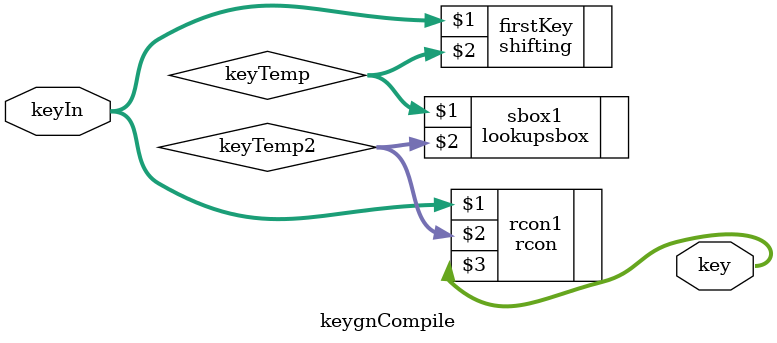
<source format=v>
`timescale 1ns / 1ps
module keygnCompile(
	input[127:0] keyIn,
	output [127:0] key
    );
	 //assign keyIn = {8'h54,8'h68,8'h61,8'h74,8'h73,8'h20,8'h6D,8'h79,8'h20,8'h4B,8'h75,8'h6E,8'h67,8'h20,8'h46,8'h75};
wire[127:0] keyTemp;
wire[127:0] keyTemp2;

//reg[127:0] 
shifting firstKey(keyIn,keyTemp);
lookupsbox sbox1(keyTemp,keyTemp2);
rcon rcon1(keyIn,keyTemp2,key);
//reg[127:0] temp;n
//initial begin
//temp = key;
//$display("%h",key);
	//#5 $finish;
//end

endmodule

</source>
